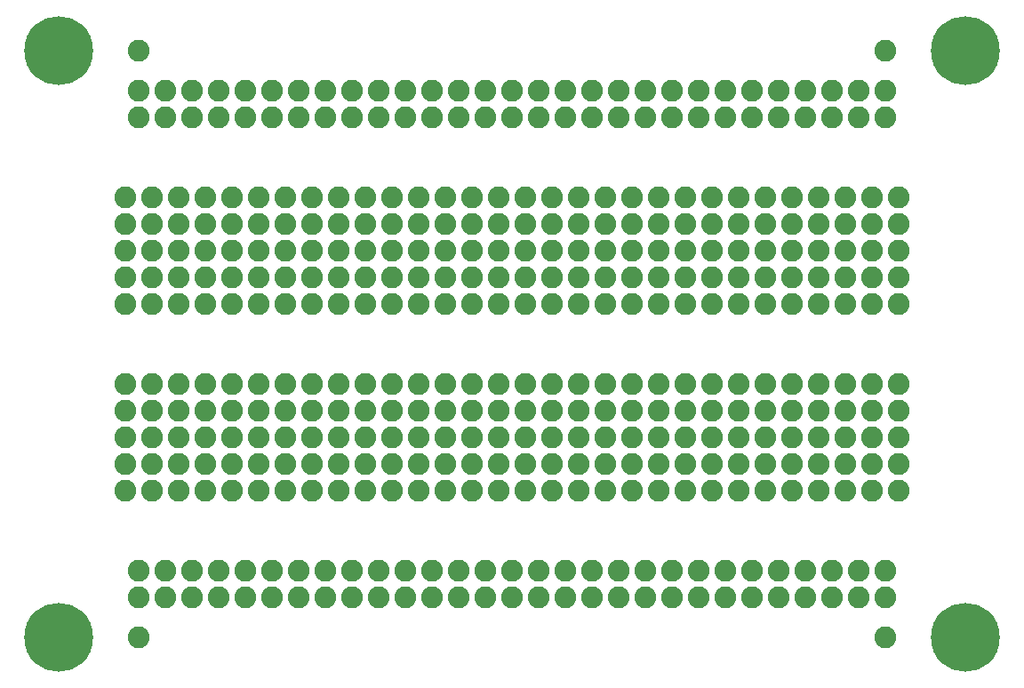
<source format=gbr>
G04 EAGLE Gerber RS-274X export*
G75*
%MOMM*%
%FSLAX34Y34*%
%LPD*%
%INSoldermask Bottom*%
%IPPOS*%
%AMOC8*
5,1,8,0,0,1.08239X$1,22.5*%
G01*
%ADD10C,6.553200*%
%ADD11C,2.082800*%


D10*
X38100Y596900D03*
X901700Y596900D03*
X38100Y38100D03*
X901700Y38100D03*
D11*
X228600Y177800D03*
X228600Y203200D03*
X228600Y228600D03*
X228600Y254000D03*
X228600Y279400D03*
X101600Y177800D03*
X101600Y203200D03*
X101600Y228600D03*
X101600Y254000D03*
X101600Y279400D03*
X127000Y177800D03*
X127000Y203200D03*
X127000Y228600D03*
X127000Y254000D03*
X127000Y279400D03*
X152400Y177800D03*
X152400Y203200D03*
X152400Y228600D03*
X152400Y254000D03*
X152400Y279400D03*
X177800Y177800D03*
X177800Y203200D03*
X177800Y228600D03*
X177800Y254000D03*
X177800Y279400D03*
X203200Y177800D03*
X203200Y203200D03*
X203200Y228600D03*
X203200Y254000D03*
X203200Y279400D03*
X254000Y177800D03*
X254000Y203200D03*
X254000Y228600D03*
X254000Y254000D03*
X254000Y279400D03*
X279400Y177800D03*
X279400Y203200D03*
X279400Y228600D03*
X279400Y254000D03*
X279400Y279400D03*
X304800Y177800D03*
X304800Y203200D03*
X304800Y228600D03*
X304800Y254000D03*
X304800Y279400D03*
X330200Y177800D03*
X330200Y203200D03*
X330200Y228600D03*
X330200Y254000D03*
X330200Y279400D03*
X355600Y177800D03*
X355600Y203200D03*
X355600Y228600D03*
X355600Y254000D03*
X355600Y279400D03*
X381000Y177800D03*
X381000Y203200D03*
X381000Y228600D03*
X381000Y254000D03*
X381000Y279400D03*
X406400Y177800D03*
X406400Y203200D03*
X406400Y228600D03*
X406400Y254000D03*
X406400Y279400D03*
X431800Y177800D03*
X431800Y203200D03*
X431800Y228600D03*
X431800Y254000D03*
X431800Y279400D03*
X457200Y177800D03*
X457200Y203200D03*
X457200Y228600D03*
X457200Y254000D03*
X457200Y279400D03*
X482600Y177800D03*
X482600Y203200D03*
X482600Y228600D03*
X482600Y254000D03*
X482600Y279400D03*
X508000Y177800D03*
X508000Y203200D03*
X508000Y228600D03*
X508000Y254000D03*
X508000Y279400D03*
X533400Y177800D03*
X533400Y203200D03*
X533400Y228600D03*
X533400Y254000D03*
X533400Y279400D03*
X558800Y177800D03*
X558800Y203200D03*
X558800Y228600D03*
X558800Y254000D03*
X558800Y279400D03*
X584200Y177800D03*
X584200Y203200D03*
X584200Y228600D03*
X584200Y254000D03*
X584200Y279400D03*
X609600Y177800D03*
X609600Y203200D03*
X609600Y228600D03*
X609600Y254000D03*
X609600Y279400D03*
X635000Y177800D03*
X635000Y203200D03*
X635000Y228600D03*
X635000Y254000D03*
X635000Y279400D03*
X660400Y177800D03*
X660400Y203200D03*
X660400Y228600D03*
X660400Y254000D03*
X660400Y279400D03*
X685800Y177800D03*
X685800Y203200D03*
X685800Y228600D03*
X685800Y254000D03*
X685800Y279400D03*
X711200Y177800D03*
X711200Y203200D03*
X711200Y228600D03*
X711200Y254000D03*
X711200Y279400D03*
X736600Y177800D03*
X736600Y203200D03*
X736600Y228600D03*
X736600Y254000D03*
X736600Y279400D03*
X762000Y177800D03*
X762000Y203200D03*
X762000Y228600D03*
X762000Y254000D03*
X762000Y279400D03*
X787400Y177800D03*
X787400Y203200D03*
X787400Y228600D03*
X787400Y254000D03*
X787400Y279400D03*
X812800Y177800D03*
X812800Y203200D03*
X812800Y228600D03*
X812800Y254000D03*
X812800Y279400D03*
X838200Y177800D03*
X838200Y203200D03*
X838200Y228600D03*
X838200Y254000D03*
X838200Y279400D03*
X101600Y355600D03*
X101600Y381000D03*
X101600Y406400D03*
X101600Y431800D03*
X101600Y457200D03*
X127000Y355600D03*
X127000Y381000D03*
X127000Y406400D03*
X127000Y431800D03*
X127000Y457200D03*
X152400Y355600D03*
X152400Y381000D03*
X152400Y406400D03*
X152400Y431800D03*
X152400Y457200D03*
X177800Y355600D03*
X177800Y381000D03*
X177800Y406400D03*
X177800Y431800D03*
X177800Y457200D03*
X203200Y355600D03*
X203200Y381000D03*
X203200Y406400D03*
X203200Y431800D03*
X203200Y457200D03*
X228600Y355600D03*
X228600Y381000D03*
X228600Y406400D03*
X228600Y431800D03*
X228600Y457200D03*
X254000Y355600D03*
X254000Y381000D03*
X254000Y406400D03*
X254000Y431800D03*
X254000Y457200D03*
X279400Y355600D03*
X279400Y381000D03*
X279400Y406400D03*
X279400Y431800D03*
X279400Y457200D03*
X304800Y355600D03*
X304800Y381000D03*
X304800Y406400D03*
X304800Y431800D03*
X304800Y457200D03*
X330200Y355600D03*
X330200Y381000D03*
X330200Y406400D03*
X330200Y431800D03*
X330200Y457200D03*
X355600Y355600D03*
X355600Y381000D03*
X355600Y406400D03*
X355600Y431800D03*
X355600Y457200D03*
X406400Y355600D03*
X406400Y381000D03*
X406400Y406400D03*
X406400Y431800D03*
X406400Y457200D03*
X381000Y355600D03*
X381000Y381000D03*
X381000Y406400D03*
X381000Y431800D03*
X381000Y457200D03*
X431800Y355600D03*
X431800Y381000D03*
X431800Y406400D03*
X431800Y431800D03*
X431800Y457200D03*
X457200Y355600D03*
X457200Y381000D03*
X457200Y406400D03*
X457200Y431800D03*
X457200Y457200D03*
X482600Y355600D03*
X482600Y381000D03*
X482600Y406400D03*
X482600Y431800D03*
X482600Y457200D03*
X508000Y355600D03*
X508000Y381000D03*
X508000Y406400D03*
X508000Y431800D03*
X508000Y457200D03*
X533400Y355600D03*
X533400Y381000D03*
X533400Y406400D03*
X533400Y431800D03*
X533400Y457200D03*
X558800Y355600D03*
X558800Y381000D03*
X558800Y406400D03*
X558800Y431800D03*
X558800Y457200D03*
X584200Y355600D03*
X584200Y381000D03*
X584200Y406400D03*
X584200Y431800D03*
X584200Y457200D03*
X609600Y355600D03*
X609600Y381000D03*
X609600Y406400D03*
X609600Y431800D03*
X609600Y457200D03*
X635000Y355600D03*
X635000Y381000D03*
X635000Y406400D03*
X635000Y431800D03*
X635000Y457200D03*
X660400Y355600D03*
X660400Y381000D03*
X660400Y406400D03*
X660400Y431800D03*
X660400Y457200D03*
X685800Y355600D03*
X685800Y381000D03*
X685800Y406400D03*
X685800Y431800D03*
X685800Y457200D03*
X711200Y355600D03*
X711200Y381000D03*
X711200Y406400D03*
X711200Y431800D03*
X711200Y457200D03*
X736600Y355600D03*
X736600Y381000D03*
X736600Y406400D03*
X736600Y431800D03*
X736600Y457200D03*
X762000Y355600D03*
X762000Y381000D03*
X762000Y406400D03*
X762000Y431800D03*
X762000Y457200D03*
X787400Y355600D03*
X787400Y381000D03*
X787400Y406400D03*
X787400Y431800D03*
X787400Y457200D03*
X812800Y355600D03*
X812800Y381000D03*
X812800Y406400D03*
X812800Y431800D03*
X812800Y457200D03*
X838200Y355600D03*
X838200Y381000D03*
X838200Y406400D03*
X838200Y431800D03*
X838200Y457200D03*
X114300Y558800D03*
X139700Y558800D03*
X165100Y558800D03*
X190500Y558800D03*
X215900Y558800D03*
X241300Y558800D03*
X266700Y558800D03*
X292100Y558800D03*
X317500Y558800D03*
X342900Y558800D03*
X368300Y558800D03*
X393700Y558800D03*
X419100Y558800D03*
X444500Y558800D03*
X469900Y558800D03*
X495300Y558800D03*
X520700Y558800D03*
X546100Y558800D03*
X571500Y558800D03*
X596900Y558800D03*
X622300Y558800D03*
X647700Y558800D03*
X673100Y558800D03*
X698500Y558800D03*
X723900Y558800D03*
X749300Y558800D03*
X774700Y558800D03*
X800100Y558800D03*
X825500Y558800D03*
X114300Y533400D03*
X139700Y533400D03*
X165100Y533400D03*
X190500Y533400D03*
X215900Y533400D03*
X241300Y533400D03*
X266700Y533400D03*
X292100Y533400D03*
X317500Y533400D03*
X342900Y533400D03*
X368300Y533400D03*
X393700Y533400D03*
X419100Y533400D03*
X444500Y533400D03*
X469900Y533400D03*
X495300Y533400D03*
X520700Y533400D03*
X546100Y533400D03*
X571500Y533400D03*
X596900Y533400D03*
X622300Y533400D03*
X647700Y533400D03*
X673100Y533400D03*
X698500Y533400D03*
X723900Y533400D03*
X749300Y533400D03*
X774700Y533400D03*
X800100Y533400D03*
X825500Y533400D03*
X114300Y101600D03*
X139700Y101600D03*
X165100Y101600D03*
X190500Y101600D03*
X215900Y101600D03*
X241300Y101600D03*
X266700Y101600D03*
X292100Y101600D03*
X317500Y101600D03*
X342900Y101600D03*
X368300Y101600D03*
X393700Y101600D03*
X419100Y101600D03*
X444500Y101600D03*
X469900Y101600D03*
X495300Y101600D03*
X520700Y101600D03*
X546100Y101600D03*
X571500Y101600D03*
X596900Y101600D03*
X622300Y101600D03*
X647700Y101600D03*
X673100Y101600D03*
X698500Y101600D03*
X723900Y101600D03*
X749300Y101600D03*
X774700Y101600D03*
X800100Y101600D03*
X825500Y101600D03*
X114300Y76200D03*
X139700Y76200D03*
X165100Y76200D03*
X190500Y76200D03*
X215900Y76200D03*
X241300Y76200D03*
X266700Y76200D03*
X292100Y76200D03*
X317500Y76200D03*
X342900Y76200D03*
X368300Y76200D03*
X393700Y76200D03*
X419100Y76200D03*
X444500Y76200D03*
X469900Y76200D03*
X495300Y76200D03*
X520700Y76200D03*
X546100Y76200D03*
X571500Y76200D03*
X596900Y76200D03*
X622300Y76200D03*
X647700Y76200D03*
X673100Y76200D03*
X698500Y76200D03*
X723900Y76200D03*
X749300Y76200D03*
X774700Y76200D03*
X800100Y76200D03*
X825500Y76200D03*
X825500Y596900D03*
X114300Y596900D03*
X114300Y38100D03*
X825500Y38100D03*
M02*

</source>
